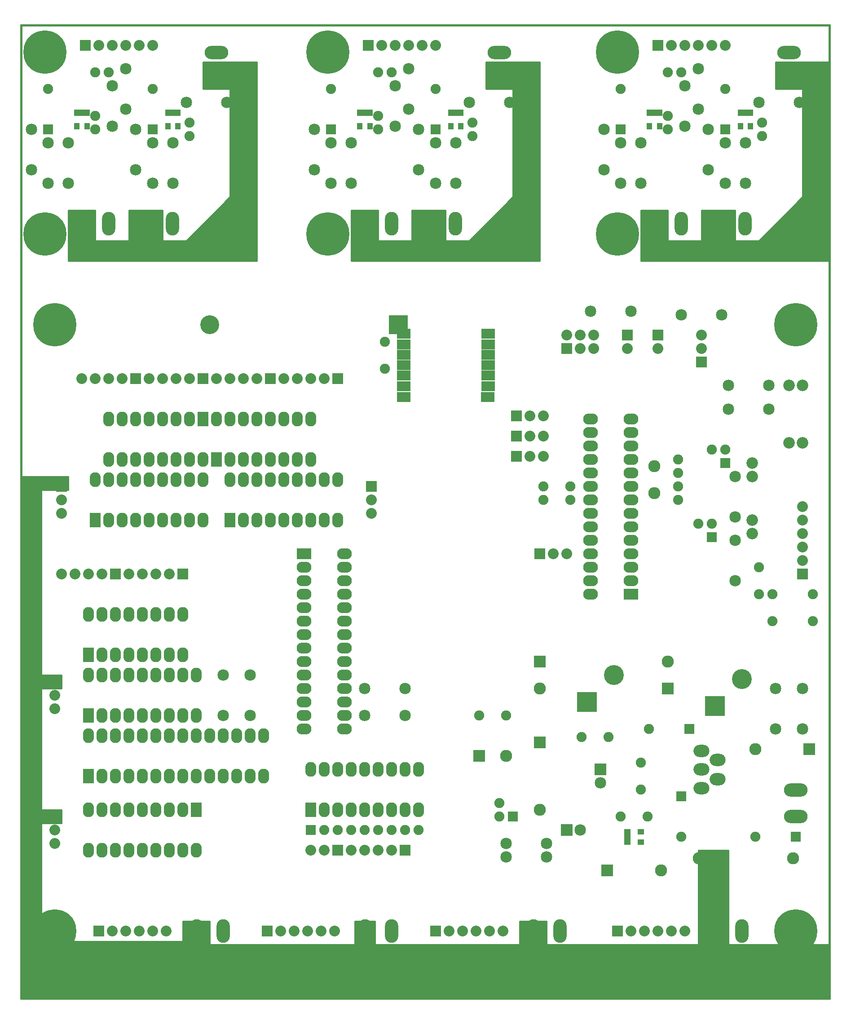
<source format=gts>
G04 (created by PCBNEW-RS274X (2011-05-25)-stable) date Mon 18 Jun 2012 11:26:01 PM MDT*
G01*
G70*
G90*
%MOIN*%
G04 Gerber Fmt 3.4, Leading zero omitted, Abs format*
%FSLAX34Y34*%
G04 APERTURE LIST*
%ADD10C,0.006000*%
%ADD11C,0.015000*%
%ADD12R,0.040000X0.050000*%
%ADD13C,0.085000*%
%ADD14R,0.080000X0.080000*%
%ADD15C,0.080000*%
%ADD16R,0.075000X0.075000*%
%ADD17C,0.075000*%
%ADD18O,0.098000X0.176000*%
%ADD19O,0.176000X0.098000*%
%ADD20C,0.320000*%
%ADD21C,0.086000*%
%ADD22O,0.110000X0.082000*%
%ADD23R,0.110000X0.082000*%
%ADD24O,0.082000X0.110000*%
%ADD25R,0.082000X0.110000*%
%ADD26C,0.090000*%
%ADD27R,0.090000X0.090000*%
%ADD28R,0.098700X0.075100*%
%ADD29R,0.085000X0.085000*%
%ADD30R,0.050000X0.040000*%
%ADD31R,0.140000X0.140000*%
%ADD32C,0.140000*%
%ADD33O,0.118400X0.090900*%
%ADD34R,0.147600X0.147600*%
%ADD35C,0.147600*%
%ADD36C,0.010000*%
G04 APERTURE END LIST*
G54D10*
G54D11*
X68250Y-04750D02*
X68250Y-77000D01*
X08250Y-04750D02*
X68250Y-04750D01*
X08250Y-77000D02*
X08250Y-04750D01*
X68250Y-77000D02*
X08250Y-77000D01*
G54D12*
X62375Y-11250D03*
X61625Y-11250D03*
X62375Y-12250D03*
X62000Y-11250D03*
X61625Y-12250D03*
X55625Y-11250D03*
X54875Y-11250D03*
X55625Y-12250D03*
X55250Y-11250D03*
X54875Y-12250D03*
G54D13*
X52750Y-13500D03*
X52750Y-16500D03*
X63000Y-10500D03*
X66000Y-10500D03*
X57500Y-12250D03*
X57500Y-09250D03*
X62000Y-16500D03*
X62000Y-13500D03*
X54250Y-16500D03*
X54250Y-13500D03*
X60500Y-13500D03*
X60500Y-16500D03*
X59250Y-12500D03*
X59250Y-15500D03*
X51500Y-12500D03*
X51500Y-15500D03*
X58500Y-08000D03*
X58500Y-11000D03*
G54D14*
X55500Y-06250D03*
G54D15*
X56500Y-06250D03*
X57500Y-06250D03*
X58500Y-06250D03*
X59500Y-06250D03*
X60500Y-06250D03*
G54D16*
X52750Y-12500D03*
G54D17*
X52750Y-09500D03*
G54D18*
X55260Y-19500D03*
X57230Y-19500D03*
X60010Y-19500D03*
X61980Y-19500D03*
G54D19*
X65250Y-08740D03*
X65250Y-06770D03*
G54D20*
X66500Y-20250D03*
X52500Y-06750D03*
X52500Y-20250D03*
G54D17*
X56250Y-08250D03*
X57250Y-08250D03*
X56250Y-11500D03*
X56250Y-12500D03*
X63250Y-12000D03*
X63250Y-13000D03*
G54D16*
X60500Y-12500D03*
G54D17*
X60500Y-09500D03*
G54D16*
X39000Y-12500D03*
G54D17*
X39000Y-09500D03*
X41750Y-12000D03*
X41750Y-13000D03*
X34750Y-11500D03*
X34750Y-12500D03*
X34750Y-08250D03*
X35750Y-08250D03*
G54D20*
X31000Y-20250D03*
X31000Y-06750D03*
X45000Y-20250D03*
G54D19*
X43750Y-08740D03*
X43750Y-06770D03*
G54D18*
X38510Y-19500D03*
X40480Y-19500D03*
X33760Y-19500D03*
X35730Y-19500D03*
G54D16*
X31250Y-12500D03*
G54D17*
X31250Y-09500D03*
G54D14*
X34000Y-06250D03*
G54D15*
X35000Y-06250D03*
X36000Y-06250D03*
X37000Y-06250D03*
X38000Y-06250D03*
X39000Y-06250D03*
G54D13*
X37000Y-08000D03*
X37000Y-11000D03*
X30000Y-12500D03*
X30000Y-15500D03*
X37750Y-12500D03*
X37750Y-15500D03*
X39000Y-13500D03*
X39000Y-16500D03*
X32750Y-16500D03*
X32750Y-13500D03*
X40500Y-16500D03*
X40500Y-13500D03*
X36000Y-12250D03*
X36000Y-09250D03*
X41500Y-10500D03*
X44500Y-10500D03*
X31250Y-13500D03*
X31250Y-16500D03*
G54D12*
X34125Y-11250D03*
X33375Y-11250D03*
X34125Y-12250D03*
X33750Y-11250D03*
X33375Y-12250D03*
X40875Y-11250D03*
X40125Y-11250D03*
X40875Y-12250D03*
X40500Y-11250D03*
X40125Y-12250D03*
G54D14*
X45000Y-35250D03*
G54D15*
X46000Y-35250D03*
X47000Y-35250D03*
G54D14*
X45000Y-36750D03*
G54D15*
X46000Y-36750D03*
X47000Y-36750D03*
G54D14*
X45000Y-33750D03*
G54D15*
X46000Y-33750D03*
X47000Y-33750D03*
G54D14*
X14000Y-72000D03*
G54D15*
X15000Y-72000D03*
X16000Y-72000D03*
X17000Y-72000D03*
X18000Y-72000D03*
X19000Y-72000D03*
G54D14*
X26500Y-72000D03*
G54D15*
X27500Y-72000D03*
X28500Y-72000D03*
X29500Y-72000D03*
X30500Y-72000D03*
X31500Y-72000D03*
G54D21*
X65250Y-31500D03*
X66250Y-31500D03*
X66250Y-35750D03*
X65250Y-35750D03*
G54D22*
X29250Y-45000D03*
X29250Y-46000D03*
X29250Y-47000D03*
X29250Y-48000D03*
X29250Y-49000D03*
X29250Y-50000D03*
X29250Y-51000D03*
X29250Y-52000D03*
X29250Y-53000D03*
X29250Y-54000D03*
X29250Y-55000D03*
X29250Y-56000D03*
X29250Y-57000D03*
G54D23*
X29250Y-44000D03*
G54D22*
X32250Y-57000D03*
X32250Y-56000D03*
X32250Y-55000D03*
X32250Y-54000D03*
X32250Y-53000D03*
X32250Y-52000D03*
X32250Y-51000D03*
X32250Y-50000D03*
X32250Y-49000D03*
X32250Y-48000D03*
X32250Y-47000D03*
X32250Y-46000D03*
X32250Y-45000D03*
X32250Y-44000D03*
G54D24*
X14250Y-60500D03*
X15250Y-60500D03*
X16250Y-60500D03*
X17250Y-60500D03*
X18250Y-60500D03*
X19250Y-60500D03*
X20250Y-60500D03*
X21250Y-60500D03*
X22250Y-60500D03*
X23250Y-60500D03*
X24250Y-60500D03*
X25250Y-60500D03*
X26250Y-60500D03*
G54D25*
X13250Y-60500D03*
G54D24*
X26250Y-57500D03*
X25250Y-57500D03*
X24250Y-57500D03*
X23250Y-57500D03*
X22250Y-57500D03*
X21250Y-57500D03*
X20250Y-57500D03*
X19250Y-57500D03*
X18250Y-57500D03*
X17250Y-57500D03*
X16250Y-57500D03*
X15250Y-57500D03*
X14250Y-57500D03*
X13250Y-57500D03*
G54D25*
X29750Y-63000D03*
G54D24*
X30750Y-63000D03*
X31750Y-63000D03*
X32750Y-63000D03*
X33750Y-63000D03*
X34750Y-63000D03*
X35750Y-63000D03*
X36750Y-63000D03*
X37750Y-63000D03*
X37750Y-60000D03*
X36750Y-60000D03*
X35750Y-60000D03*
X34750Y-60000D03*
X33750Y-60000D03*
X32750Y-60000D03*
X31750Y-60000D03*
X30750Y-60000D03*
X29750Y-60000D03*
G54D26*
X62750Y-58500D03*
G54D27*
X66750Y-58500D03*
G54D16*
X65750Y-65000D03*
G54D17*
X62750Y-65000D03*
X49000Y-39000D03*
X47000Y-39000D03*
X54750Y-63500D03*
X52750Y-63500D03*
X35250Y-30250D03*
X35250Y-28250D03*
X57000Y-39000D03*
X57000Y-40000D03*
X49850Y-57600D03*
X51850Y-57600D03*
X57000Y-38000D03*
X57000Y-37000D03*
G54D14*
X39000Y-72000D03*
G54D15*
X40000Y-72000D03*
X41000Y-72000D03*
X42000Y-72000D03*
X43000Y-72000D03*
X44000Y-72000D03*
G54D27*
X46750Y-52000D03*
G54D26*
X46750Y-54000D03*
G54D17*
X63000Y-47000D03*
X63000Y-45000D03*
G54D26*
X46750Y-63000D03*
G54D27*
X46750Y-58000D03*
G54D26*
X55750Y-67500D03*
G54D27*
X51750Y-67500D03*
G54D16*
X57250Y-62000D03*
G54D17*
X57250Y-65000D03*
G54D16*
X57850Y-57000D03*
G54D17*
X54850Y-57000D03*
G54D14*
X52500Y-72000D03*
G54D15*
X53500Y-72000D03*
X54500Y-72000D03*
X55500Y-72000D03*
X56500Y-72000D03*
X57500Y-72000D03*
G54D28*
X42880Y-32343D03*
X42891Y-31555D03*
X42891Y-30768D03*
X42891Y-30000D03*
X42891Y-29232D03*
X42891Y-28445D03*
X42891Y-27657D03*
X36631Y-27657D03*
X36631Y-28445D03*
X36631Y-29232D03*
X36631Y-30000D03*
X36631Y-30768D03*
X36631Y-31555D03*
X36631Y-32343D03*
G54D22*
X53500Y-46000D03*
X53500Y-45000D03*
X53500Y-44000D03*
X53500Y-43000D03*
X53500Y-42000D03*
X53500Y-41000D03*
X53500Y-40000D03*
X53500Y-39000D03*
X53500Y-38000D03*
X53500Y-37000D03*
X53500Y-36000D03*
X53500Y-35000D03*
X53500Y-34000D03*
G54D23*
X53500Y-47000D03*
G54D22*
X50500Y-34000D03*
X50500Y-35000D03*
X50500Y-36000D03*
X50500Y-37000D03*
X50500Y-38000D03*
X50500Y-39000D03*
X50500Y-40000D03*
X50500Y-41000D03*
X50500Y-42000D03*
X50500Y-43000D03*
X50500Y-44000D03*
X50500Y-45000D03*
X50500Y-46000D03*
X50500Y-47000D03*
G54D14*
X48750Y-28750D03*
G54D15*
X48750Y-27750D03*
X49750Y-28750D03*
X49750Y-27750D03*
X50750Y-28750D03*
X50750Y-27750D03*
G54D17*
X67000Y-47000D03*
X67000Y-49000D03*
X64000Y-47000D03*
X64000Y-49000D03*
G54D19*
X65750Y-63490D03*
X65750Y-61520D03*
G54D29*
X48750Y-64500D03*
G54D13*
X49750Y-64500D03*
G54D27*
X42250Y-59000D03*
G54D26*
X44250Y-59000D03*
G54D17*
X44250Y-56000D03*
X42250Y-56000D03*
G54D27*
X56250Y-54000D03*
G54D26*
X56250Y-52000D03*
G54D29*
X51250Y-60000D03*
G54D13*
X51250Y-61000D03*
G54D17*
X54250Y-61500D03*
X54250Y-59500D03*
X47000Y-40000D03*
X49000Y-40000D03*
G54D13*
X47250Y-66500D03*
X44250Y-66500D03*
X44250Y-65500D03*
X47250Y-65500D03*
X66250Y-54000D03*
X66250Y-57000D03*
X64250Y-57000D03*
X64250Y-54000D03*
X25250Y-56000D03*
X25250Y-53000D03*
X50500Y-26000D03*
X53500Y-26000D03*
G54D16*
X44750Y-63500D03*
G54D17*
X43750Y-63500D03*
X43750Y-62500D03*
G54D30*
X53250Y-64625D03*
X53250Y-65375D03*
X54250Y-64625D03*
X53250Y-65000D03*
X54250Y-65375D03*
G54D26*
X55250Y-37500D03*
X55250Y-39500D03*
G54D25*
X23750Y-41500D03*
G54D24*
X24750Y-41500D03*
X25750Y-41500D03*
X26750Y-41500D03*
X27750Y-41500D03*
X28750Y-41500D03*
X29750Y-41500D03*
X30750Y-41500D03*
X31750Y-41500D03*
X31750Y-38500D03*
X30750Y-38500D03*
X29750Y-38500D03*
X28750Y-38500D03*
X27750Y-38500D03*
X26750Y-38500D03*
X25750Y-38500D03*
X24750Y-38500D03*
X23750Y-38500D03*
G54D25*
X13750Y-41500D03*
G54D24*
X14750Y-41500D03*
X15750Y-41500D03*
X16750Y-41500D03*
X17750Y-41500D03*
X18750Y-41500D03*
X19750Y-41500D03*
X20750Y-41500D03*
X21750Y-41500D03*
X21750Y-38500D03*
X20750Y-38500D03*
X19750Y-38500D03*
X18750Y-38500D03*
X17750Y-38500D03*
X16750Y-38500D03*
X15750Y-38500D03*
X14750Y-38500D03*
X13750Y-38500D03*
G54D25*
X13250Y-56000D03*
G54D24*
X14250Y-56000D03*
X15250Y-56000D03*
X16250Y-56000D03*
X17250Y-56000D03*
X18250Y-56000D03*
X19250Y-56000D03*
X20250Y-56000D03*
X21250Y-56000D03*
X21250Y-53000D03*
X20250Y-53000D03*
X19250Y-53000D03*
X18250Y-53000D03*
X17250Y-53000D03*
X16250Y-53000D03*
X15250Y-53000D03*
X14250Y-53000D03*
X13250Y-53000D03*
G54D25*
X21250Y-63000D03*
G54D24*
X20250Y-63000D03*
X19250Y-63000D03*
X18250Y-63000D03*
X17250Y-63000D03*
X16250Y-63000D03*
X15250Y-63000D03*
X14250Y-63000D03*
X13250Y-63000D03*
X13250Y-66000D03*
X14250Y-66000D03*
X15250Y-66000D03*
X16250Y-66000D03*
X17250Y-66000D03*
X18250Y-66000D03*
X19250Y-66000D03*
X20250Y-66000D03*
X21250Y-66000D03*
G54D13*
X63750Y-33250D03*
X60750Y-33250D03*
X63750Y-31500D03*
X60750Y-31500D03*
G54D31*
X36250Y-27000D03*
G54D32*
X22250Y-27000D03*
G54D13*
X33750Y-56000D03*
X36750Y-56000D03*
G54D18*
X21270Y-72000D03*
X23240Y-72000D03*
X59760Y-72000D03*
X61730Y-72000D03*
X33760Y-72000D03*
X35730Y-72000D03*
X46260Y-72000D03*
X48230Y-72000D03*
G54D25*
X21750Y-34000D03*
G54D24*
X20750Y-34000D03*
X19750Y-34000D03*
X18750Y-34000D03*
X17750Y-34000D03*
X16750Y-34000D03*
X15750Y-34000D03*
X14750Y-34000D03*
X14750Y-37000D03*
X15750Y-37000D03*
X16750Y-37000D03*
X17750Y-37000D03*
X18750Y-37000D03*
X19750Y-37000D03*
X20750Y-37000D03*
X21750Y-37000D03*
G54D25*
X22750Y-37000D03*
G54D24*
X23750Y-37000D03*
X24750Y-37000D03*
X25750Y-37000D03*
X26750Y-37000D03*
X27750Y-37000D03*
X28750Y-37000D03*
X29750Y-37000D03*
X29750Y-34000D03*
X28750Y-34000D03*
X27750Y-34000D03*
X26750Y-34000D03*
X25750Y-34000D03*
X24750Y-34000D03*
X23750Y-34000D03*
X22750Y-34000D03*
G54D14*
X66250Y-45500D03*
G54D15*
X66250Y-44500D03*
X66250Y-43500D03*
X66250Y-42500D03*
X66250Y-41500D03*
X66250Y-40500D03*
G54D33*
X58754Y-60000D03*
X58754Y-58622D03*
X58754Y-61378D03*
X59935Y-60709D03*
X59935Y-59291D03*
G54D20*
X10750Y-27000D03*
X65750Y-27000D03*
X10750Y-72000D03*
X65750Y-72000D03*
G54D16*
X29750Y-64500D03*
G54D17*
X30750Y-64500D03*
X31750Y-64500D03*
X32750Y-64500D03*
X33750Y-64500D03*
X34750Y-64500D03*
X35750Y-64500D03*
X36750Y-64500D03*
X37750Y-64500D03*
G54D13*
X61250Y-41250D03*
X61250Y-38250D03*
X61250Y-43000D03*
X61250Y-46000D03*
X33750Y-54000D03*
X36750Y-54000D03*
X23250Y-56000D03*
X23250Y-53000D03*
G54D14*
X31750Y-66000D03*
G54D15*
X30750Y-66000D03*
X29750Y-66000D03*
G54D14*
X34250Y-39000D03*
G54D15*
X34250Y-40000D03*
X34250Y-41000D03*
G54D14*
X11250Y-39000D03*
G54D15*
X11250Y-40000D03*
X11250Y-41000D03*
G54D14*
X10750Y-53500D03*
G54D15*
X10750Y-54500D03*
X10750Y-55500D03*
G54D14*
X10750Y-63500D03*
G54D15*
X10750Y-64500D03*
X10750Y-65500D03*
G54D21*
X62500Y-42500D03*
X62500Y-41500D03*
X62500Y-38250D03*
X62500Y-37250D03*
G54D25*
X13250Y-51500D03*
G54D24*
X14250Y-51500D03*
X15250Y-51500D03*
X16250Y-51500D03*
X17250Y-51500D03*
X18250Y-51500D03*
X19250Y-51500D03*
X20250Y-51500D03*
X20250Y-48500D03*
X19250Y-48500D03*
X18250Y-48500D03*
X17250Y-48500D03*
X16250Y-48500D03*
X15250Y-48500D03*
X14250Y-48500D03*
X13250Y-48500D03*
G54D14*
X21750Y-31000D03*
G54D15*
X20750Y-31000D03*
X19750Y-31000D03*
X18750Y-31000D03*
X17750Y-31000D03*
G54D14*
X31750Y-31000D03*
G54D15*
X30750Y-31000D03*
X29750Y-31000D03*
X28750Y-31000D03*
X27750Y-31000D03*
G54D14*
X36750Y-66000D03*
G54D15*
X35750Y-66000D03*
X34750Y-66000D03*
X33750Y-66000D03*
X32750Y-66000D03*
G54D14*
X20250Y-45500D03*
G54D15*
X19250Y-45500D03*
X18250Y-45500D03*
X17250Y-45500D03*
X16250Y-45500D03*
G54D16*
X59500Y-42750D03*
G54D17*
X59500Y-41750D03*
X58500Y-41750D03*
G54D16*
X60500Y-37250D03*
G54D17*
X60500Y-36250D03*
X59500Y-36250D03*
G54D14*
X55500Y-27750D03*
G54D15*
X55500Y-28750D03*
G54D14*
X53250Y-27750D03*
G54D15*
X53250Y-28750D03*
G54D14*
X16750Y-31000D03*
G54D15*
X15750Y-31000D03*
X14750Y-31000D03*
X13750Y-31000D03*
X12750Y-31000D03*
G54D14*
X26750Y-31000D03*
G54D15*
X25750Y-31000D03*
X24750Y-31000D03*
X23750Y-31000D03*
X22750Y-31000D03*
G54D14*
X15250Y-45500D03*
G54D15*
X14250Y-45500D03*
X13250Y-45500D03*
X12250Y-45500D03*
X11250Y-45500D03*
G54D13*
X57250Y-26250D03*
X60250Y-26250D03*
G54D14*
X46750Y-44000D03*
G54D15*
X47750Y-44000D03*
X48750Y-44000D03*
G54D14*
X58750Y-29750D03*
G54D15*
X58750Y-28750D03*
X58750Y-27750D03*
G54D26*
X58550Y-66600D03*
X65550Y-66600D03*
G54D34*
X50250Y-55000D03*
G54D35*
X52250Y-53000D03*
G54D34*
X59750Y-55300D03*
G54D35*
X61750Y-53300D03*
G54D12*
X19875Y-11250D03*
X19125Y-11250D03*
X19875Y-12250D03*
X19500Y-11250D03*
X19125Y-12250D03*
X13125Y-11250D03*
X12375Y-11250D03*
X13125Y-12250D03*
X12750Y-11250D03*
X12375Y-12250D03*
G54D13*
X10250Y-13500D03*
X10250Y-16500D03*
X20500Y-10500D03*
X23500Y-10500D03*
X15000Y-12250D03*
X15000Y-09250D03*
X19500Y-16500D03*
X19500Y-13500D03*
X11750Y-16500D03*
X11750Y-13500D03*
X18000Y-13500D03*
X18000Y-16500D03*
X16750Y-12500D03*
X16750Y-15500D03*
X09000Y-12500D03*
X09000Y-15500D03*
X16000Y-08000D03*
X16000Y-11000D03*
G54D14*
X13000Y-06250D03*
G54D15*
X14000Y-06250D03*
X15000Y-06250D03*
X16000Y-06250D03*
X17000Y-06250D03*
X18000Y-06250D03*
G54D16*
X10250Y-12500D03*
G54D17*
X10250Y-09500D03*
G54D18*
X12760Y-19500D03*
X14730Y-19500D03*
X17510Y-19500D03*
X19480Y-19500D03*
G54D19*
X22750Y-08740D03*
X22750Y-06770D03*
G54D20*
X24000Y-20250D03*
X10000Y-06750D03*
X10000Y-20250D03*
G54D17*
X13750Y-08250D03*
X14750Y-08250D03*
X13750Y-11500D03*
X13750Y-12500D03*
X20750Y-12000D03*
X20750Y-13000D03*
G54D16*
X18000Y-12500D03*
G54D17*
X18000Y-09500D03*
G54D10*
G36*
X68250Y-77000D02*
X68250Y-73000D01*
X60750Y-73000D01*
X60750Y-66000D01*
X58500Y-66000D01*
X58500Y-73000D01*
X47250Y-73000D01*
X47250Y-71250D01*
X45250Y-71250D01*
X45250Y-73000D01*
X34500Y-73000D01*
X34500Y-71250D01*
X33000Y-71250D01*
X33000Y-73000D01*
X22250Y-73000D01*
X22250Y-71250D01*
X20250Y-71250D01*
X20250Y-72750D01*
X09750Y-72750D01*
X09750Y-64000D01*
X11250Y-64000D01*
X11250Y-63000D01*
X09750Y-63000D01*
X09750Y-54000D01*
X11250Y-54000D01*
X11250Y-53000D01*
X09750Y-53000D01*
X09750Y-39250D01*
X11750Y-39250D01*
X11750Y-38250D01*
X08250Y-38250D01*
X08250Y-77000D01*
X68250Y-77000D01*
X68250Y-77000D01*
G37*
G54D36*
X68250Y-77000D02*
X68250Y-73000D01*
X60750Y-73000D01*
X60750Y-66000D01*
X58500Y-66000D01*
X58500Y-73000D01*
X47250Y-73000D01*
X47250Y-71250D01*
X45250Y-71250D01*
X45250Y-73000D01*
X34500Y-73000D01*
X34500Y-71250D01*
X33000Y-71250D01*
X33000Y-73000D01*
X22250Y-73000D01*
X22250Y-71250D01*
X20250Y-71250D01*
X20250Y-72750D01*
X09750Y-72750D01*
X09750Y-64000D01*
X11250Y-64000D01*
X11250Y-63000D01*
X09750Y-63000D01*
X09750Y-54000D01*
X11250Y-54000D01*
X11250Y-53000D01*
X09750Y-53000D01*
X09750Y-39250D01*
X11750Y-39250D01*
X11750Y-38250D01*
X08250Y-38250D01*
X08250Y-77000D01*
X68250Y-77000D01*
G54D10*
G36*
X25750Y-22250D02*
X25750Y-07500D01*
X21750Y-07500D01*
X21750Y-09500D01*
X23750Y-09500D01*
X23750Y-17500D01*
X20500Y-20750D01*
X18750Y-20750D01*
X18750Y-18500D01*
X16250Y-18500D01*
X16250Y-20750D01*
X13750Y-20750D01*
X13750Y-18500D01*
X11750Y-18500D01*
X11750Y-22250D01*
X25750Y-22250D01*
X25750Y-22250D01*
G37*
G54D36*
X25750Y-22250D02*
X25750Y-07500D01*
X21750Y-07500D01*
X21750Y-09500D01*
X23750Y-09500D01*
X23750Y-17500D01*
X20500Y-20750D01*
X18750Y-20750D01*
X18750Y-18500D01*
X16250Y-18500D01*
X16250Y-20750D01*
X13750Y-20750D01*
X13750Y-18500D01*
X11750Y-18500D01*
X11750Y-22250D01*
X25750Y-22250D01*
G54D10*
G36*
X46750Y-22250D02*
X46750Y-07500D01*
X42750Y-07500D01*
X42750Y-09500D01*
X44750Y-09500D01*
X44750Y-17500D01*
X41500Y-20750D01*
X39750Y-20750D01*
X39750Y-18500D01*
X37250Y-18500D01*
X37250Y-20750D01*
X34750Y-20750D01*
X34750Y-18500D01*
X32750Y-18500D01*
X32750Y-22250D01*
X46750Y-22250D01*
X46750Y-22250D01*
G37*
G54D36*
X46750Y-22250D02*
X46750Y-07500D01*
X42750Y-07500D01*
X42750Y-09500D01*
X44750Y-09500D01*
X44750Y-17500D01*
X41500Y-20750D01*
X39750Y-20750D01*
X39750Y-18500D01*
X37250Y-18500D01*
X37250Y-20750D01*
X34750Y-20750D01*
X34750Y-18500D01*
X32750Y-18500D01*
X32750Y-22250D01*
X46750Y-22250D01*
G54D10*
G36*
X68250Y-22250D02*
X68250Y-07500D01*
X64250Y-07500D01*
X64250Y-09500D01*
X66250Y-09500D01*
X66250Y-17500D01*
X63000Y-20750D01*
X61250Y-20750D01*
X61250Y-18500D01*
X58750Y-18500D01*
X58750Y-20750D01*
X56250Y-20750D01*
X56250Y-18500D01*
X54250Y-18500D01*
X54250Y-22250D01*
X68250Y-22250D01*
X68250Y-22250D01*
G37*
G54D36*
X68250Y-22250D02*
X68250Y-07500D01*
X64250Y-07500D01*
X64250Y-09500D01*
X66250Y-09500D01*
X66250Y-17500D01*
X63000Y-20750D01*
X61250Y-20750D01*
X61250Y-18500D01*
X58750Y-18500D01*
X58750Y-20750D01*
X56250Y-20750D01*
X56250Y-18500D01*
X54250Y-18500D01*
X54250Y-22250D01*
X68250Y-22250D01*
M02*

</source>
